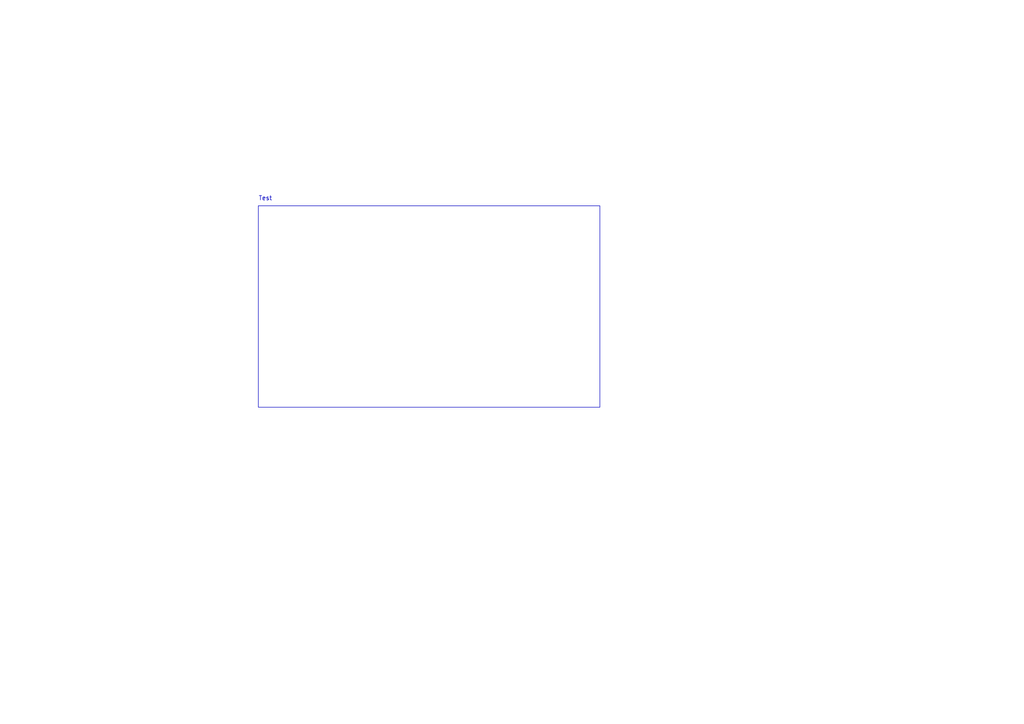
<source format=kicad_sch>
(kicad_sch
	(version 20250114)
	(generator "eeschema")
	(generator_version "9.0")
	(uuid "6136a3ab-5421-4426-a65b-a49c115a2b73")
	(paper "A4")
	(lib_symbols)
	(rectangle
		(start 74.93 59.69)
		(end 173.99 118.11)
		(stroke
			(width 0)
			(type default)
		)
		(fill
			(type none)
		)
		(uuid b00a7355-8a17-4f8a-afb7-0f3f09ad84dd)
	)
	(text "Test"
		(exclude_from_sim no)
		(at 76.962 57.658 0)
		(effects
			(font
				(size 1.27 1.27)
			)
		)
		(uuid "c449d4dd-d48d-4ffe-a37f-8cba582a7f27")
	)
)

</source>
